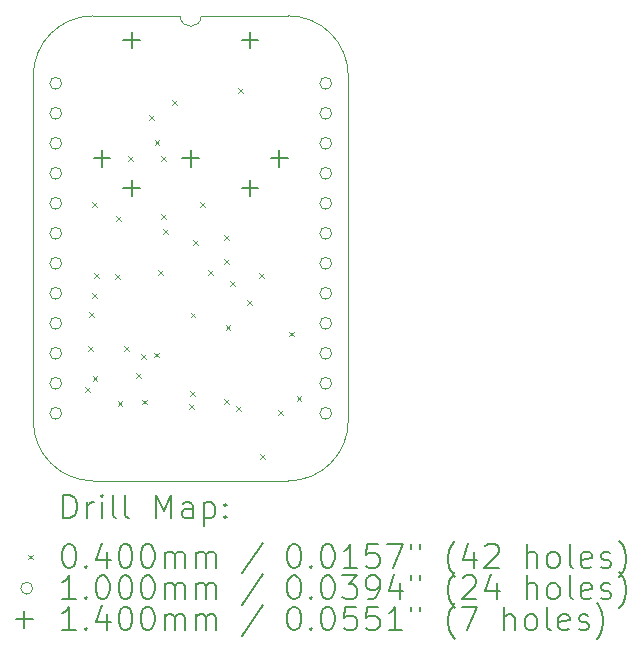
<source format=gbr>
%TF.GenerationSoftware,KiCad,Pcbnew,8.0.3*%
%TF.CreationDate,2024-06-19T14:20:34+02:00*%
%TF.ProjectId,SNES Controller Reader,534e4553-2043-46f6-9e74-726f6c6c6572,rev?*%
%TF.SameCoordinates,PX525bfc0PY43d3480*%
%TF.FileFunction,Drillmap*%
%TF.FilePolarity,Positive*%
%FSLAX45Y45*%
G04 Gerber Fmt 4.5, Leading zero omitted, Abs format (unit mm)*
G04 Created by KiCad (PCBNEW 8.0.3) date 2024-06-19 14:20:34*
%MOMM*%
%LPD*%
G01*
G04 APERTURE LIST*
%ADD10C,0.100000*%
%ADD11C,0.200000*%
%ADD12C,0.140000*%
G04 APERTURE END LIST*
D10*
X-190500Y63500D02*
X-190500Y-2857500D01*
X1054100Y571500D02*
X317500Y571500D01*
X1968500Y571500D02*
X1231900Y571500D01*
X1968500Y-3365500D02*
X317500Y-3365500D01*
X2476500Y-2857500D02*
X2476500Y63500D01*
X-190500Y63500D02*
G75*
G02*
X317500Y571500I508000J0D01*
G01*
X317500Y-3365500D02*
G75*
G02*
X-190500Y-2857500I0J508000D01*
G01*
X1231900Y571500D02*
G75*
G02*
X1054100Y571500I-88900J0D01*
G01*
X1968500Y571500D02*
G75*
G02*
X2476500Y63500I0J-508000D01*
G01*
X2476500Y-2857500D02*
G75*
G02*
X1968500Y-3365500I-508000J0D01*
G01*
D11*
D10*
X246698Y-2570800D02*
X286698Y-2610800D01*
X286698Y-2570800D02*
X246698Y-2610800D01*
X272100Y-2227900D02*
X312100Y-2267900D01*
X312100Y-2227900D02*
X272100Y-2267900D01*
X280635Y-1938135D02*
X320635Y-1978135D01*
X320635Y-1938135D02*
X280635Y-1978135D01*
X305357Y-1776713D02*
X345357Y-1816713D01*
X345357Y-1776713D02*
X305357Y-1816713D01*
X310200Y-1008700D02*
X350200Y-1048700D01*
X350200Y-1008700D02*
X310200Y-1048700D01*
X311319Y-2481982D02*
X351319Y-2521982D01*
X351319Y-2481982D02*
X311319Y-2521982D01*
X322900Y-1605600D02*
X362900Y-1645600D01*
X362900Y-1605600D02*
X322900Y-1645600D01*
X505000Y-1618300D02*
X545000Y-1658300D01*
X545000Y-1618300D02*
X505000Y-1658300D01*
X513400Y-1123000D02*
X553400Y-1163000D01*
X553400Y-1123000D02*
X513400Y-1163000D01*
X524479Y-2690820D02*
X564479Y-2730820D01*
X564479Y-2690820D02*
X524479Y-2730820D01*
X576900Y-2227900D02*
X616900Y-2267900D01*
X616900Y-2227900D02*
X576900Y-2267900D01*
X615000Y-615000D02*
X655000Y-655000D01*
X655000Y-615000D02*
X615000Y-655000D01*
X678500Y-2456500D02*
X718500Y-2496500D01*
X718500Y-2456500D02*
X678500Y-2496500D01*
X724025Y-2292425D02*
X764025Y-2332425D01*
X764025Y-2292425D02*
X724025Y-2332425D01*
X729300Y-2678090D02*
X769300Y-2718090D01*
X769300Y-2678090D02*
X729300Y-2718090D01*
X792800Y-272100D02*
X832800Y-312100D01*
X832800Y-272100D02*
X792800Y-312100D01*
X834572Y-2280900D02*
X874572Y-2320900D01*
X874572Y-2280900D02*
X834572Y-2320900D01*
X836737Y-481138D02*
X876737Y-521138D01*
X876737Y-481138D02*
X836737Y-521138D01*
X869000Y-1580201D02*
X909000Y-1620201D01*
X909000Y-1580201D02*
X869000Y-1620201D01*
X894400Y-615000D02*
X934400Y-655000D01*
X934400Y-615000D02*
X894400Y-655000D01*
X894400Y-1110300D02*
X934400Y-1150300D01*
X934400Y-1110300D02*
X894400Y-1150300D01*
X907100Y-1237301D02*
X947100Y-1277301D01*
X947100Y-1237301D02*
X907100Y-1277301D01*
X983300Y-145100D02*
X1023300Y-185100D01*
X1023300Y-145100D02*
X983300Y-185100D01*
X1127980Y-2718750D02*
X1167980Y-2758750D01*
X1167980Y-2718750D02*
X1127980Y-2758750D01*
X1135700Y-2608900D02*
X1175700Y-2648900D01*
X1175700Y-2608900D02*
X1135700Y-2648900D01*
X1142056Y-1942156D02*
X1182056Y-1982156D01*
X1182056Y-1942156D02*
X1142056Y-1982156D01*
X1161100Y-1326200D02*
X1201100Y-1366200D01*
X1201100Y-1326200D02*
X1161100Y-1366200D01*
X1224600Y-1008700D02*
X1264600Y-1048700D01*
X1264600Y-1008700D02*
X1224600Y-1048700D01*
X1288100Y-1580200D02*
X1328100Y-1620200D01*
X1328100Y-1580200D02*
X1288100Y-1620200D01*
X1427800Y-1288100D02*
X1467800Y-1328100D01*
X1467800Y-1288100D02*
X1427800Y-1328100D01*
X1427800Y-1491300D02*
X1467800Y-1531300D01*
X1467800Y-1491300D02*
X1427800Y-1531300D01*
X1427800Y-2672400D02*
X1467800Y-2712400D01*
X1467800Y-2672400D02*
X1427800Y-2712400D01*
X1437775Y-2050020D02*
X1477775Y-2090020D01*
X1477775Y-2050020D02*
X1437775Y-2090020D01*
X1478600Y-1673918D02*
X1518600Y-1713918D01*
X1518600Y-1673918D02*
X1478600Y-1713918D01*
X1529400Y-2735900D02*
X1569400Y-2775900D01*
X1569400Y-2735900D02*
X1529400Y-2775900D01*
X1542100Y-43500D02*
X1582100Y-83500D01*
X1582100Y-43500D02*
X1542100Y-83500D01*
X1618300Y-1834200D02*
X1658300Y-1874200D01*
X1658300Y-1834200D02*
X1618300Y-1874200D01*
X1720550Y-1605600D02*
X1760550Y-1645600D01*
X1760550Y-1605600D02*
X1720550Y-1645600D01*
X1732600Y-3142300D02*
X1772600Y-3182300D01*
X1772600Y-3142300D02*
X1732600Y-3182300D01*
X1885000Y-2764900D02*
X1925000Y-2804900D01*
X1925000Y-2764900D02*
X1885000Y-2804900D01*
X1974154Y-2101154D02*
X2014154Y-2141154D01*
X2014154Y-2101154D02*
X1974154Y-2141154D01*
X2039750Y-2649350D02*
X2079750Y-2689350D01*
X2079750Y-2649350D02*
X2039750Y-2689350D01*
X50000Y0D02*
G75*
G02*
X-50000Y0I-50000J0D01*
G01*
X-50000Y0D02*
G75*
G02*
X50000Y0I50000J0D01*
G01*
X50000Y-254000D02*
G75*
G02*
X-50000Y-254000I-50000J0D01*
G01*
X-50000Y-254000D02*
G75*
G02*
X50000Y-254000I50000J0D01*
G01*
X50000Y-508000D02*
G75*
G02*
X-50000Y-508000I-50000J0D01*
G01*
X-50000Y-508000D02*
G75*
G02*
X50000Y-508000I50000J0D01*
G01*
X50000Y-762000D02*
G75*
G02*
X-50000Y-762000I-50000J0D01*
G01*
X-50000Y-762000D02*
G75*
G02*
X50000Y-762000I50000J0D01*
G01*
X50000Y-1016000D02*
G75*
G02*
X-50000Y-1016000I-50000J0D01*
G01*
X-50000Y-1016000D02*
G75*
G02*
X50000Y-1016000I50000J0D01*
G01*
X50000Y-1270000D02*
G75*
G02*
X-50000Y-1270000I-50000J0D01*
G01*
X-50000Y-1270000D02*
G75*
G02*
X50000Y-1270000I50000J0D01*
G01*
X50000Y-1524000D02*
G75*
G02*
X-50000Y-1524000I-50000J0D01*
G01*
X-50000Y-1524000D02*
G75*
G02*
X50000Y-1524000I50000J0D01*
G01*
X50000Y-1778000D02*
G75*
G02*
X-50000Y-1778000I-50000J0D01*
G01*
X-50000Y-1778000D02*
G75*
G02*
X50000Y-1778000I50000J0D01*
G01*
X50000Y-2032000D02*
G75*
G02*
X-50000Y-2032000I-50000J0D01*
G01*
X-50000Y-2032000D02*
G75*
G02*
X50000Y-2032000I50000J0D01*
G01*
X50000Y-2286000D02*
G75*
G02*
X-50000Y-2286000I-50000J0D01*
G01*
X-50000Y-2286000D02*
G75*
G02*
X50000Y-2286000I50000J0D01*
G01*
X50000Y-2540000D02*
G75*
G02*
X-50000Y-2540000I-50000J0D01*
G01*
X-50000Y-2540000D02*
G75*
G02*
X50000Y-2540000I50000J0D01*
G01*
X50000Y-2794000D02*
G75*
G02*
X-50000Y-2794000I-50000J0D01*
G01*
X-50000Y-2794000D02*
G75*
G02*
X50000Y-2794000I50000J0D01*
G01*
X2336000Y0D02*
G75*
G02*
X2236000Y0I-50000J0D01*
G01*
X2236000Y0D02*
G75*
G02*
X2336000Y0I50000J0D01*
G01*
X2336000Y-254000D02*
G75*
G02*
X2236000Y-254000I-50000J0D01*
G01*
X2236000Y-254000D02*
G75*
G02*
X2336000Y-254000I50000J0D01*
G01*
X2336000Y-508000D02*
G75*
G02*
X2236000Y-508000I-50000J0D01*
G01*
X2236000Y-508000D02*
G75*
G02*
X2336000Y-508000I50000J0D01*
G01*
X2336000Y-762000D02*
G75*
G02*
X2236000Y-762000I-50000J0D01*
G01*
X2236000Y-762000D02*
G75*
G02*
X2336000Y-762000I50000J0D01*
G01*
X2336000Y-1016000D02*
G75*
G02*
X2236000Y-1016000I-50000J0D01*
G01*
X2236000Y-1016000D02*
G75*
G02*
X2336000Y-1016000I50000J0D01*
G01*
X2336000Y-1270000D02*
G75*
G02*
X2236000Y-1270000I-50000J0D01*
G01*
X2236000Y-1270000D02*
G75*
G02*
X2336000Y-1270000I50000J0D01*
G01*
X2336000Y-1524000D02*
G75*
G02*
X2236000Y-1524000I-50000J0D01*
G01*
X2236000Y-1524000D02*
G75*
G02*
X2336000Y-1524000I50000J0D01*
G01*
X2336000Y-1778000D02*
G75*
G02*
X2236000Y-1778000I-50000J0D01*
G01*
X2236000Y-1778000D02*
G75*
G02*
X2336000Y-1778000I50000J0D01*
G01*
X2336000Y-2032000D02*
G75*
G02*
X2236000Y-2032000I-50000J0D01*
G01*
X2236000Y-2032000D02*
G75*
G02*
X2336000Y-2032000I50000J0D01*
G01*
X2336000Y-2286000D02*
G75*
G02*
X2236000Y-2286000I-50000J0D01*
G01*
X2236000Y-2286000D02*
G75*
G02*
X2336000Y-2286000I50000J0D01*
G01*
X2336000Y-2540000D02*
G75*
G02*
X2236000Y-2540000I-50000J0D01*
G01*
X2236000Y-2540000D02*
G75*
G02*
X2336000Y-2540000I50000J0D01*
G01*
X2336000Y-2794000D02*
G75*
G02*
X2236000Y-2794000I-50000J0D01*
G01*
X2236000Y-2794000D02*
G75*
G02*
X2336000Y-2794000I50000J0D01*
G01*
D12*
X393000Y-565000D02*
X393000Y-705000D01*
X323000Y-635000D02*
X463000Y-635000D01*
X643000Y435000D02*
X643000Y295000D01*
X573000Y365000D02*
X713000Y365000D01*
X643000Y-815000D02*
X643000Y-955000D01*
X573000Y-885000D02*
X713000Y-885000D01*
X1143000Y-565000D02*
X1143000Y-705000D01*
X1073000Y-635000D02*
X1213000Y-635000D01*
X1643000Y435000D02*
X1643000Y295000D01*
X1573000Y365000D02*
X1713000Y365000D01*
X1643000Y-815000D02*
X1643000Y-955000D01*
X1573000Y-885000D02*
X1713000Y-885000D01*
X1893000Y-565000D02*
X1893000Y-705000D01*
X1823000Y-635000D02*
X1963000Y-635000D01*
D11*
X65277Y-3681984D02*
X65277Y-3481984D01*
X65277Y-3481984D02*
X112896Y-3481984D01*
X112896Y-3481984D02*
X141467Y-3491508D01*
X141467Y-3491508D02*
X160515Y-3510555D01*
X160515Y-3510555D02*
X170039Y-3529603D01*
X170039Y-3529603D02*
X179562Y-3567698D01*
X179562Y-3567698D02*
X179562Y-3596269D01*
X179562Y-3596269D02*
X170039Y-3634365D01*
X170039Y-3634365D02*
X160515Y-3653412D01*
X160515Y-3653412D02*
X141467Y-3672460D01*
X141467Y-3672460D02*
X112896Y-3681984D01*
X112896Y-3681984D02*
X65277Y-3681984D01*
X265277Y-3681984D02*
X265277Y-3548650D01*
X265277Y-3586746D02*
X274801Y-3567698D01*
X274801Y-3567698D02*
X284324Y-3558174D01*
X284324Y-3558174D02*
X303372Y-3548650D01*
X303372Y-3548650D02*
X322420Y-3548650D01*
X389086Y-3681984D02*
X389086Y-3548650D01*
X389086Y-3481984D02*
X379562Y-3491508D01*
X379562Y-3491508D02*
X389086Y-3501031D01*
X389086Y-3501031D02*
X398610Y-3491508D01*
X398610Y-3491508D02*
X389086Y-3481984D01*
X389086Y-3481984D02*
X389086Y-3501031D01*
X512896Y-3681984D02*
X493848Y-3672460D01*
X493848Y-3672460D02*
X484324Y-3653412D01*
X484324Y-3653412D02*
X484324Y-3481984D01*
X617658Y-3681984D02*
X598610Y-3672460D01*
X598610Y-3672460D02*
X589086Y-3653412D01*
X589086Y-3653412D02*
X589086Y-3481984D01*
X846229Y-3681984D02*
X846229Y-3481984D01*
X846229Y-3481984D02*
X912896Y-3624841D01*
X912896Y-3624841D02*
X979562Y-3481984D01*
X979562Y-3481984D02*
X979562Y-3681984D01*
X1160515Y-3681984D02*
X1160515Y-3577222D01*
X1160515Y-3577222D02*
X1150991Y-3558174D01*
X1150991Y-3558174D02*
X1131944Y-3548650D01*
X1131944Y-3548650D02*
X1093848Y-3548650D01*
X1093848Y-3548650D02*
X1074801Y-3558174D01*
X1160515Y-3672460D02*
X1141467Y-3681984D01*
X1141467Y-3681984D02*
X1093848Y-3681984D01*
X1093848Y-3681984D02*
X1074801Y-3672460D01*
X1074801Y-3672460D02*
X1065277Y-3653412D01*
X1065277Y-3653412D02*
X1065277Y-3634365D01*
X1065277Y-3634365D02*
X1074801Y-3615317D01*
X1074801Y-3615317D02*
X1093848Y-3605793D01*
X1093848Y-3605793D02*
X1141467Y-3605793D01*
X1141467Y-3605793D02*
X1160515Y-3596269D01*
X1255753Y-3548650D02*
X1255753Y-3748650D01*
X1255753Y-3558174D02*
X1274801Y-3548650D01*
X1274801Y-3548650D02*
X1312896Y-3548650D01*
X1312896Y-3548650D02*
X1331944Y-3558174D01*
X1331944Y-3558174D02*
X1341467Y-3567698D01*
X1341467Y-3567698D02*
X1350991Y-3586746D01*
X1350991Y-3586746D02*
X1350991Y-3643888D01*
X1350991Y-3643888D02*
X1341467Y-3662936D01*
X1341467Y-3662936D02*
X1331944Y-3672460D01*
X1331944Y-3672460D02*
X1312896Y-3681984D01*
X1312896Y-3681984D02*
X1274801Y-3681984D01*
X1274801Y-3681984D02*
X1255753Y-3672460D01*
X1436705Y-3662936D02*
X1446229Y-3672460D01*
X1446229Y-3672460D02*
X1436705Y-3681984D01*
X1436705Y-3681984D02*
X1427182Y-3672460D01*
X1427182Y-3672460D02*
X1436705Y-3662936D01*
X1436705Y-3662936D02*
X1436705Y-3681984D01*
X1436705Y-3558174D02*
X1446229Y-3567698D01*
X1446229Y-3567698D02*
X1436705Y-3577222D01*
X1436705Y-3577222D02*
X1427182Y-3567698D01*
X1427182Y-3567698D02*
X1436705Y-3558174D01*
X1436705Y-3558174D02*
X1436705Y-3577222D01*
D10*
X-235500Y-3990500D02*
X-195500Y-4030500D01*
X-195500Y-3990500D02*
X-235500Y-4030500D01*
D11*
X103372Y-3901984D02*
X122420Y-3901984D01*
X122420Y-3901984D02*
X141467Y-3911508D01*
X141467Y-3911508D02*
X150991Y-3921031D01*
X150991Y-3921031D02*
X160515Y-3940079D01*
X160515Y-3940079D02*
X170039Y-3978174D01*
X170039Y-3978174D02*
X170039Y-4025793D01*
X170039Y-4025793D02*
X160515Y-4063888D01*
X160515Y-4063888D02*
X150991Y-4082936D01*
X150991Y-4082936D02*
X141467Y-4092460D01*
X141467Y-4092460D02*
X122420Y-4101984D01*
X122420Y-4101984D02*
X103372Y-4101984D01*
X103372Y-4101984D02*
X84324Y-4092460D01*
X84324Y-4092460D02*
X74801Y-4082936D01*
X74801Y-4082936D02*
X65277Y-4063888D01*
X65277Y-4063888D02*
X55753Y-4025793D01*
X55753Y-4025793D02*
X55753Y-3978174D01*
X55753Y-3978174D02*
X65277Y-3940079D01*
X65277Y-3940079D02*
X74801Y-3921031D01*
X74801Y-3921031D02*
X84324Y-3911508D01*
X84324Y-3911508D02*
X103372Y-3901984D01*
X255753Y-4082936D02*
X265277Y-4092460D01*
X265277Y-4092460D02*
X255753Y-4101984D01*
X255753Y-4101984D02*
X246229Y-4092460D01*
X246229Y-4092460D02*
X255753Y-4082936D01*
X255753Y-4082936D02*
X255753Y-4101984D01*
X436705Y-3968650D02*
X436705Y-4101984D01*
X389086Y-3892460D02*
X341467Y-4035317D01*
X341467Y-4035317D02*
X465277Y-4035317D01*
X579563Y-3901984D02*
X598610Y-3901984D01*
X598610Y-3901984D02*
X617658Y-3911508D01*
X617658Y-3911508D02*
X627182Y-3921031D01*
X627182Y-3921031D02*
X636705Y-3940079D01*
X636705Y-3940079D02*
X646229Y-3978174D01*
X646229Y-3978174D02*
X646229Y-4025793D01*
X646229Y-4025793D02*
X636705Y-4063888D01*
X636705Y-4063888D02*
X627182Y-4082936D01*
X627182Y-4082936D02*
X617658Y-4092460D01*
X617658Y-4092460D02*
X598610Y-4101984D01*
X598610Y-4101984D02*
X579563Y-4101984D01*
X579563Y-4101984D02*
X560515Y-4092460D01*
X560515Y-4092460D02*
X550991Y-4082936D01*
X550991Y-4082936D02*
X541467Y-4063888D01*
X541467Y-4063888D02*
X531944Y-4025793D01*
X531944Y-4025793D02*
X531944Y-3978174D01*
X531944Y-3978174D02*
X541467Y-3940079D01*
X541467Y-3940079D02*
X550991Y-3921031D01*
X550991Y-3921031D02*
X560515Y-3911508D01*
X560515Y-3911508D02*
X579563Y-3901984D01*
X770039Y-3901984D02*
X789086Y-3901984D01*
X789086Y-3901984D02*
X808134Y-3911508D01*
X808134Y-3911508D02*
X817658Y-3921031D01*
X817658Y-3921031D02*
X827182Y-3940079D01*
X827182Y-3940079D02*
X836705Y-3978174D01*
X836705Y-3978174D02*
X836705Y-4025793D01*
X836705Y-4025793D02*
X827182Y-4063888D01*
X827182Y-4063888D02*
X817658Y-4082936D01*
X817658Y-4082936D02*
X808134Y-4092460D01*
X808134Y-4092460D02*
X789086Y-4101984D01*
X789086Y-4101984D02*
X770039Y-4101984D01*
X770039Y-4101984D02*
X750991Y-4092460D01*
X750991Y-4092460D02*
X741467Y-4082936D01*
X741467Y-4082936D02*
X731943Y-4063888D01*
X731943Y-4063888D02*
X722420Y-4025793D01*
X722420Y-4025793D02*
X722420Y-3978174D01*
X722420Y-3978174D02*
X731943Y-3940079D01*
X731943Y-3940079D02*
X741467Y-3921031D01*
X741467Y-3921031D02*
X750991Y-3911508D01*
X750991Y-3911508D02*
X770039Y-3901984D01*
X922420Y-4101984D02*
X922420Y-3968650D01*
X922420Y-3987698D02*
X931943Y-3978174D01*
X931943Y-3978174D02*
X950991Y-3968650D01*
X950991Y-3968650D02*
X979563Y-3968650D01*
X979563Y-3968650D02*
X998610Y-3978174D01*
X998610Y-3978174D02*
X1008134Y-3997222D01*
X1008134Y-3997222D02*
X1008134Y-4101984D01*
X1008134Y-3997222D02*
X1017658Y-3978174D01*
X1017658Y-3978174D02*
X1036705Y-3968650D01*
X1036705Y-3968650D02*
X1065277Y-3968650D01*
X1065277Y-3968650D02*
X1084325Y-3978174D01*
X1084325Y-3978174D02*
X1093848Y-3997222D01*
X1093848Y-3997222D02*
X1093848Y-4101984D01*
X1189086Y-4101984D02*
X1189086Y-3968650D01*
X1189086Y-3987698D02*
X1198610Y-3978174D01*
X1198610Y-3978174D02*
X1217658Y-3968650D01*
X1217658Y-3968650D02*
X1246229Y-3968650D01*
X1246229Y-3968650D02*
X1265277Y-3978174D01*
X1265277Y-3978174D02*
X1274801Y-3997222D01*
X1274801Y-3997222D02*
X1274801Y-4101984D01*
X1274801Y-3997222D02*
X1284325Y-3978174D01*
X1284325Y-3978174D02*
X1303372Y-3968650D01*
X1303372Y-3968650D02*
X1331944Y-3968650D01*
X1331944Y-3968650D02*
X1350991Y-3978174D01*
X1350991Y-3978174D02*
X1360515Y-3997222D01*
X1360515Y-3997222D02*
X1360515Y-4101984D01*
X1750991Y-3892460D02*
X1579563Y-4149603D01*
X2008134Y-3901984D02*
X2027182Y-3901984D01*
X2027182Y-3901984D02*
X2046229Y-3911508D01*
X2046229Y-3911508D02*
X2055753Y-3921031D01*
X2055753Y-3921031D02*
X2065277Y-3940079D01*
X2065277Y-3940079D02*
X2074801Y-3978174D01*
X2074801Y-3978174D02*
X2074801Y-4025793D01*
X2074801Y-4025793D02*
X2065277Y-4063888D01*
X2065277Y-4063888D02*
X2055753Y-4082936D01*
X2055753Y-4082936D02*
X2046229Y-4092460D01*
X2046229Y-4092460D02*
X2027182Y-4101984D01*
X2027182Y-4101984D02*
X2008134Y-4101984D01*
X2008134Y-4101984D02*
X1989086Y-4092460D01*
X1989086Y-4092460D02*
X1979563Y-4082936D01*
X1979563Y-4082936D02*
X1970039Y-4063888D01*
X1970039Y-4063888D02*
X1960515Y-4025793D01*
X1960515Y-4025793D02*
X1960515Y-3978174D01*
X1960515Y-3978174D02*
X1970039Y-3940079D01*
X1970039Y-3940079D02*
X1979563Y-3921031D01*
X1979563Y-3921031D02*
X1989086Y-3911508D01*
X1989086Y-3911508D02*
X2008134Y-3901984D01*
X2160515Y-4082936D02*
X2170039Y-4092460D01*
X2170039Y-4092460D02*
X2160515Y-4101984D01*
X2160515Y-4101984D02*
X2150991Y-4092460D01*
X2150991Y-4092460D02*
X2160515Y-4082936D01*
X2160515Y-4082936D02*
X2160515Y-4101984D01*
X2293848Y-3901984D02*
X2312896Y-3901984D01*
X2312896Y-3901984D02*
X2331944Y-3911508D01*
X2331944Y-3911508D02*
X2341468Y-3921031D01*
X2341468Y-3921031D02*
X2350991Y-3940079D01*
X2350991Y-3940079D02*
X2360515Y-3978174D01*
X2360515Y-3978174D02*
X2360515Y-4025793D01*
X2360515Y-4025793D02*
X2350991Y-4063888D01*
X2350991Y-4063888D02*
X2341468Y-4082936D01*
X2341468Y-4082936D02*
X2331944Y-4092460D01*
X2331944Y-4092460D02*
X2312896Y-4101984D01*
X2312896Y-4101984D02*
X2293848Y-4101984D01*
X2293848Y-4101984D02*
X2274801Y-4092460D01*
X2274801Y-4092460D02*
X2265277Y-4082936D01*
X2265277Y-4082936D02*
X2255753Y-4063888D01*
X2255753Y-4063888D02*
X2246229Y-4025793D01*
X2246229Y-4025793D02*
X2246229Y-3978174D01*
X2246229Y-3978174D02*
X2255753Y-3940079D01*
X2255753Y-3940079D02*
X2265277Y-3921031D01*
X2265277Y-3921031D02*
X2274801Y-3911508D01*
X2274801Y-3911508D02*
X2293848Y-3901984D01*
X2550991Y-4101984D02*
X2436706Y-4101984D01*
X2493848Y-4101984D02*
X2493848Y-3901984D01*
X2493848Y-3901984D02*
X2474801Y-3930555D01*
X2474801Y-3930555D02*
X2455753Y-3949603D01*
X2455753Y-3949603D02*
X2436706Y-3959127D01*
X2731944Y-3901984D02*
X2636706Y-3901984D01*
X2636706Y-3901984D02*
X2627182Y-3997222D01*
X2627182Y-3997222D02*
X2636706Y-3987698D01*
X2636706Y-3987698D02*
X2655753Y-3978174D01*
X2655753Y-3978174D02*
X2703372Y-3978174D01*
X2703372Y-3978174D02*
X2722420Y-3987698D01*
X2722420Y-3987698D02*
X2731944Y-3997222D01*
X2731944Y-3997222D02*
X2741468Y-4016269D01*
X2741468Y-4016269D02*
X2741468Y-4063888D01*
X2741468Y-4063888D02*
X2731944Y-4082936D01*
X2731944Y-4082936D02*
X2722420Y-4092460D01*
X2722420Y-4092460D02*
X2703372Y-4101984D01*
X2703372Y-4101984D02*
X2655753Y-4101984D01*
X2655753Y-4101984D02*
X2636706Y-4092460D01*
X2636706Y-4092460D02*
X2627182Y-4082936D01*
X2808134Y-3901984D02*
X2941467Y-3901984D01*
X2941467Y-3901984D02*
X2855753Y-4101984D01*
X3008134Y-3901984D02*
X3008134Y-3940079D01*
X3084325Y-3901984D02*
X3084325Y-3940079D01*
X3379563Y-4178174D02*
X3370039Y-4168650D01*
X3370039Y-4168650D02*
X3350991Y-4140079D01*
X3350991Y-4140079D02*
X3341468Y-4121031D01*
X3341468Y-4121031D02*
X3331944Y-4092460D01*
X3331944Y-4092460D02*
X3322420Y-4044841D01*
X3322420Y-4044841D02*
X3322420Y-4006746D01*
X3322420Y-4006746D02*
X3331944Y-3959127D01*
X3331944Y-3959127D02*
X3341468Y-3930555D01*
X3341468Y-3930555D02*
X3350991Y-3911508D01*
X3350991Y-3911508D02*
X3370039Y-3882936D01*
X3370039Y-3882936D02*
X3379563Y-3873412D01*
X3541468Y-3968650D02*
X3541468Y-4101984D01*
X3493848Y-3892460D02*
X3446229Y-4035317D01*
X3446229Y-4035317D02*
X3570039Y-4035317D01*
X3636706Y-3921031D02*
X3646229Y-3911508D01*
X3646229Y-3911508D02*
X3665277Y-3901984D01*
X3665277Y-3901984D02*
X3712896Y-3901984D01*
X3712896Y-3901984D02*
X3731944Y-3911508D01*
X3731944Y-3911508D02*
X3741468Y-3921031D01*
X3741468Y-3921031D02*
X3750991Y-3940079D01*
X3750991Y-3940079D02*
X3750991Y-3959127D01*
X3750991Y-3959127D02*
X3741468Y-3987698D01*
X3741468Y-3987698D02*
X3627182Y-4101984D01*
X3627182Y-4101984D02*
X3750991Y-4101984D01*
X3989087Y-4101984D02*
X3989087Y-3901984D01*
X4074801Y-4101984D02*
X4074801Y-3997222D01*
X4074801Y-3997222D02*
X4065277Y-3978174D01*
X4065277Y-3978174D02*
X4046230Y-3968650D01*
X4046230Y-3968650D02*
X4017658Y-3968650D01*
X4017658Y-3968650D02*
X3998610Y-3978174D01*
X3998610Y-3978174D02*
X3989087Y-3987698D01*
X4198611Y-4101984D02*
X4179563Y-4092460D01*
X4179563Y-4092460D02*
X4170039Y-4082936D01*
X4170039Y-4082936D02*
X4160515Y-4063888D01*
X4160515Y-4063888D02*
X4160515Y-4006746D01*
X4160515Y-4006746D02*
X4170039Y-3987698D01*
X4170039Y-3987698D02*
X4179563Y-3978174D01*
X4179563Y-3978174D02*
X4198611Y-3968650D01*
X4198611Y-3968650D02*
X4227182Y-3968650D01*
X4227182Y-3968650D02*
X4246230Y-3978174D01*
X4246230Y-3978174D02*
X4255753Y-3987698D01*
X4255753Y-3987698D02*
X4265277Y-4006746D01*
X4265277Y-4006746D02*
X4265277Y-4063888D01*
X4265277Y-4063888D02*
X4255753Y-4082936D01*
X4255753Y-4082936D02*
X4246230Y-4092460D01*
X4246230Y-4092460D02*
X4227182Y-4101984D01*
X4227182Y-4101984D02*
X4198611Y-4101984D01*
X4379563Y-4101984D02*
X4360515Y-4092460D01*
X4360515Y-4092460D02*
X4350992Y-4073412D01*
X4350992Y-4073412D02*
X4350992Y-3901984D01*
X4531944Y-4092460D02*
X4512896Y-4101984D01*
X4512896Y-4101984D02*
X4474801Y-4101984D01*
X4474801Y-4101984D02*
X4455753Y-4092460D01*
X4455753Y-4092460D02*
X4446230Y-4073412D01*
X4446230Y-4073412D02*
X4446230Y-3997222D01*
X4446230Y-3997222D02*
X4455753Y-3978174D01*
X4455753Y-3978174D02*
X4474801Y-3968650D01*
X4474801Y-3968650D02*
X4512896Y-3968650D01*
X4512896Y-3968650D02*
X4531944Y-3978174D01*
X4531944Y-3978174D02*
X4541468Y-3997222D01*
X4541468Y-3997222D02*
X4541468Y-4016269D01*
X4541468Y-4016269D02*
X4446230Y-4035317D01*
X4617658Y-4092460D02*
X4636706Y-4101984D01*
X4636706Y-4101984D02*
X4674801Y-4101984D01*
X4674801Y-4101984D02*
X4693849Y-4092460D01*
X4693849Y-4092460D02*
X4703373Y-4073412D01*
X4703373Y-4073412D02*
X4703373Y-4063888D01*
X4703373Y-4063888D02*
X4693849Y-4044841D01*
X4693849Y-4044841D02*
X4674801Y-4035317D01*
X4674801Y-4035317D02*
X4646230Y-4035317D01*
X4646230Y-4035317D02*
X4627182Y-4025793D01*
X4627182Y-4025793D02*
X4617658Y-4006746D01*
X4617658Y-4006746D02*
X4617658Y-3997222D01*
X4617658Y-3997222D02*
X4627182Y-3978174D01*
X4627182Y-3978174D02*
X4646230Y-3968650D01*
X4646230Y-3968650D02*
X4674801Y-3968650D01*
X4674801Y-3968650D02*
X4693849Y-3978174D01*
X4770039Y-4178174D02*
X4779563Y-4168650D01*
X4779563Y-4168650D02*
X4798611Y-4140079D01*
X4798611Y-4140079D02*
X4808134Y-4121031D01*
X4808134Y-4121031D02*
X4817658Y-4092460D01*
X4817658Y-4092460D02*
X4827182Y-4044841D01*
X4827182Y-4044841D02*
X4827182Y-4006746D01*
X4827182Y-4006746D02*
X4817658Y-3959127D01*
X4817658Y-3959127D02*
X4808134Y-3930555D01*
X4808134Y-3930555D02*
X4798611Y-3911508D01*
X4798611Y-3911508D02*
X4779563Y-3882936D01*
X4779563Y-3882936D02*
X4770039Y-3873412D01*
D10*
X-195500Y-4274500D02*
G75*
G02*
X-295500Y-4274500I-50000J0D01*
G01*
X-295500Y-4274500D02*
G75*
G02*
X-195500Y-4274500I50000J0D01*
G01*
D11*
X170039Y-4365984D02*
X55753Y-4365984D01*
X112896Y-4365984D02*
X112896Y-4165984D01*
X112896Y-4165984D02*
X93848Y-4194555D01*
X93848Y-4194555D02*
X74801Y-4213603D01*
X74801Y-4213603D02*
X55753Y-4223127D01*
X255753Y-4346936D02*
X265277Y-4356460D01*
X265277Y-4356460D02*
X255753Y-4365984D01*
X255753Y-4365984D02*
X246229Y-4356460D01*
X246229Y-4356460D02*
X255753Y-4346936D01*
X255753Y-4346936D02*
X255753Y-4365984D01*
X389086Y-4165984D02*
X408134Y-4165984D01*
X408134Y-4165984D02*
X427182Y-4175508D01*
X427182Y-4175508D02*
X436705Y-4185031D01*
X436705Y-4185031D02*
X446229Y-4204079D01*
X446229Y-4204079D02*
X455753Y-4242174D01*
X455753Y-4242174D02*
X455753Y-4289793D01*
X455753Y-4289793D02*
X446229Y-4327889D01*
X446229Y-4327889D02*
X436705Y-4346936D01*
X436705Y-4346936D02*
X427182Y-4356460D01*
X427182Y-4356460D02*
X408134Y-4365984D01*
X408134Y-4365984D02*
X389086Y-4365984D01*
X389086Y-4365984D02*
X370039Y-4356460D01*
X370039Y-4356460D02*
X360515Y-4346936D01*
X360515Y-4346936D02*
X350991Y-4327889D01*
X350991Y-4327889D02*
X341467Y-4289793D01*
X341467Y-4289793D02*
X341467Y-4242174D01*
X341467Y-4242174D02*
X350991Y-4204079D01*
X350991Y-4204079D02*
X360515Y-4185031D01*
X360515Y-4185031D02*
X370039Y-4175508D01*
X370039Y-4175508D02*
X389086Y-4165984D01*
X579563Y-4165984D02*
X598610Y-4165984D01*
X598610Y-4165984D02*
X617658Y-4175508D01*
X617658Y-4175508D02*
X627182Y-4185031D01*
X627182Y-4185031D02*
X636705Y-4204079D01*
X636705Y-4204079D02*
X646229Y-4242174D01*
X646229Y-4242174D02*
X646229Y-4289793D01*
X646229Y-4289793D02*
X636705Y-4327889D01*
X636705Y-4327889D02*
X627182Y-4346936D01*
X627182Y-4346936D02*
X617658Y-4356460D01*
X617658Y-4356460D02*
X598610Y-4365984D01*
X598610Y-4365984D02*
X579563Y-4365984D01*
X579563Y-4365984D02*
X560515Y-4356460D01*
X560515Y-4356460D02*
X550991Y-4346936D01*
X550991Y-4346936D02*
X541467Y-4327889D01*
X541467Y-4327889D02*
X531944Y-4289793D01*
X531944Y-4289793D02*
X531944Y-4242174D01*
X531944Y-4242174D02*
X541467Y-4204079D01*
X541467Y-4204079D02*
X550991Y-4185031D01*
X550991Y-4185031D02*
X560515Y-4175508D01*
X560515Y-4175508D02*
X579563Y-4165984D01*
X770039Y-4165984D02*
X789086Y-4165984D01*
X789086Y-4165984D02*
X808134Y-4175508D01*
X808134Y-4175508D02*
X817658Y-4185031D01*
X817658Y-4185031D02*
X827182Y-4204079D01*
X827182Y-4204079D02*
X836705Y-4242174D01*
X836705Y-4242174D02*
X836705Y-4289793D01*
X836705Y-4289793D02*
X827182Y-4327889D01*
X827182Y-4327889D02*
X817658Y-4346936D01*
X817658Y-4346936D02*
X808134Y-4356460D01*
X808134Y-4356460D02*
X789086Y-4365984D01*
X789086Y-4365984D02*
X770039Y-4365984D01*
X770039Y-4365984D02*
X750991Y-4356460D01*
X750991Y-4356460D02*
X741467Y-4346936D01*
X741467Y-4346936D02*
X731943Y-4327889D01*
X731943Y-4327889D02*
X722420Y-4289793D01*
X722420Y-4289793D02*
X722420Y-4242174D01*
X722420Y-4242174D02*
X731943Y-4204079D01*
X731943Y-4204079D02*
X741467Y-4185031D01*
X741467Y-4185031D02*
X750991Y-4175508D01*
X750991Y-4175508D02*
X770039Y-4165984D01*
X922420Y-4365984D02*
X922420Y-4232650D01*
X922420Y-4251698D02*
X931943Y-4242174D01*
X931943Y-4242174D02*
X950991Y-4232650D01*
X950991Y-4232650D02*
X979563Y-4232650D01*
X979563Y-4232650D02*
X998610Y-4242174D01*
X998610Y-4242174D02*
X1008134Y-4261222D01*
X1008134Y-4261222D02*
X1008134Y-4365984D01*
X1008134Y-4261222D02*
X1017658Y-4242174D01*
X1017658Y-4242174D02*
X1036705Y-4232650D01*
X1036705Y-4232650D02*
X1065277Y-4232650D01*
X1065277Y-4232650D02*
X1084325Y-4242174D01*
X1084325Y-4242174D02*
X1093848Y-4261222D01*
X1093848Y-4261222D02*
X1093848Y-4365984D01*
X1189086Y-4365984D02*
X1189086Y-4232650D01*
X1189086Y-4251698D02*
X1198610Y-4242174D01*
X1198610Y-4242174D02*
X1217658Y-4232650D01*
X1217658Y-4232650D02*
X1246229Y-4232650D01*
X1246229Y-4232650D02*
X1265277Y-4242174D01*
X1265277Y-4242174D02*
X1274801Y-4261222D01*
X1274801Y-4261222D02*
X1274801Y-4365984D01*
X1274801Y-4261222D02*
X1284325Y-4242174D01*
X1284325Y-4242174D02*
X1303372Y-4232650D01*
X1303372Y-4232650D02*
X1331944Y-4232650D01*
X1331944Y-4232650D02*
X1350991Y-4242174D01*
X1350991Y-4242174D02*
X1360515Y-4261222D01*
X1360515Y-4261222D02*
X1360515Y-4365984D01*
X1750991Y-4156460D02*
X1579563Y-4413603D01*
X2008134Y-4165984D02*
X2027182Y-4165984D01*
X2027182Y-4165984D02*
X2046229Y-4175508D01*
X2046229Y-4175508D02*
X2055753Y-4185031D01*
X2055753Y-4185031D02*
X2065277Y-4204079D01*
X2065277Y-4204079D02*
X2074801Y-4242174D01*
X2074801Y-4242174D02*
X2074801Y-4289793D01*
X2074801Y-4289793D02*
X2065277Y-4327889D01*
X2065277Y-4327889D02*
X2055753Y-4346936D01*
X2055753Y-4346936D02*
X2046229Y-4356460D01*
X2046229Y-4356460D02*
X2027182Y-4365984D01*
X2027182Y-4365984D02*
X2008134Y-4365984D01*
X2008134Y-4365984D02*
X1989086Y-4356460D01*
X1989086Y-4356460D02*
X1979563Y-4346936D01*
X1979563Y-4346936D02*
X1970039Y-4327889D01*
X1970039Y-4327889D02*
X1960515Y-4289793D01*
X1960515Y-4289793D02*
X1960515Y-4242174D01*
X1960515Y-4242174D02*
X1970039Y-4204079D01*
X1970039Y-4204079D02*
X1979563Y-4185031D01*
X1979563Y-4185031D02*
X1989086Y-4175508D01*
X1989086Y-4175508D02*
X2008134Y-4165984D01*
X2160515Y-4346936D02*
X2170039Y-4356460D01*
X2170039Y-4356460D02*
X2160515Y-4365984D01*
X2160515Y-4365984D02*
X2150991Y-4356460D01*
X2150991Y-4356460D02*
X2160515Y-4346936D01*
X2160515Y-4346936D02*
X2160515Y-4365984D01*
X2293848Y-4165984D02*
X2312896Y-4165984D01*
X2312896Y-4165984D02*
X2331944Y-4175508D01*
X2331944Y-4175508D02*
X2341468Y-4185031D01*
X2341468Y-4185031D02*
X2350991Y-4204079D01*
X2350991Y-4204079D02*
X2360515Y-4242174D01*
X2360515Y-4242174D02*
X2360515Y-4289793D01*
X2360515Y-4289793D02*
X2350991Y-4327889D01*
X2350991Y-4327889D02*
X2341468Y-4346936D01*
X2341468Y-4346936D02*
X2331944Y-4356460D01*
X2331944Y-4356460D02*
X2312896Y-4365984D01*
X2312896Y-4365984D02*
X2293848Y-4365984D01*
X2293848Y-4365984D02*
X2274801Y-4356460D01*
X2274801Y-4356460D02*
X2265277Y-4346936D01*
X2265277Y-4346936D02*
X2255753Y-4327889D01*
X2255753Y-4327889D02*
X2246229Y-4289793D01*
X2246229Y-4289793D02*
X2246229Y-4242174D01*
X2246229Y-4242174D02*
X2255753Y-4204079D01*
X2255753Y-4204079D02*
X2265277Y-4185031D01*
X2265277Y-4185031D02*
X2274801Y-4175508D01*
X2274801Y-4175508D02*
X2293848Y-4165984D01*
X2427182Y-4165984D02*
X2550991Y-4165984D01*
X2550991Y-4165984D02*
X2484325Y-4242174D01*
X2484325Y-4242174D02*
X2512896Y-4242174D01*
X2512896Y-4242174D02*
X2531944Y-4251698D01*
X2531944Y-4251698D02*
X2541468Y-4261222D01*
X2541468Y-4261222D02*
X2550991Y-4280270D01*
X2550991Y-4280270D02*
X2550991Y-4327889D01*
X2550991Y-4327889D02*
X2541468Y-4346936D01*
X2541468Y-4346936D02*
X2531944Y-4356460D01*
X2531944Y-4356460D02*
X2512896Y-4365984D01*
X2512896Y-4365984D02*
X2455753Y-4365984D01*
X2455753Y-4365984D02*
X2436706Y-4356460D01*
X2436706Y-4356460D02*
X2427182Y-4346936D01*
X2646229Y-4365984D02*
X2684325Y-4365984D01*
X2684325Y-4365984D02*
X2703372Y-4356460D01*
X2703372Y-4356460D02*
X2712896Y-4346936D01*
X2712896Y-4346936D02*
X2731944Y-4318365D01*
X2731944Y-4318365D02*
X2741468Y-4280270D01*
X2741468Y-4280270D02*
X2741468Y-4204079D01*
X2741468Y-4204079D02*
X2731944Y-4185031D01*
X2731944Y-4185031D02*
X2722420Y-4175508D01*
X2722420Y-4175508D02*
X2703372Y-4165984D01*
X2703372Y-4165984D02*
X2665277Y-4165984D01*
X2665277Y-4165984D02*
X2646229Y-4175508D01*
X2646229Y-4175508D02*
X2636706Y-4185031D01*
X2636706Y-4185031D02*
X2627182Y-4204079D01*
X2627182Y-4204079D02*
X2627182Y-4251698D01*
X2627182Y-4251698D02*
X2636706Y-4270746D01*
X2636706Y-4270746D02*
X2646229Y-4280270D01*
X2646229Y-4280270D02*
X2665277Y-4289793D01*
X2665277Y-4289793D02*
X2703372Y-4289793D01*
X2703372Y-4289793D02*
X2722420Y-4280270D01*
X2722420Y-4280270D02*
X2731944Y-4270746D01*
X2731944Y-4270746D02*
X2741468Y-4251698D01*
X2912896Y-4232650D02*
X2912896Y-4365984D01*
X2865277Y-4156460D02*
X2817658Y-4299317D01*
X2817658Y-4299317D02*
X2941467Y-4299317D01*
X3008134Y-4165984D02*
X3008134Y-4204079D01*
X3084325Y-4165984D02*
X3084325Y-4204079D01*
X3379563Y-4442174D02*
X3370039Y-4432650D01*
X3370039Y-4432650D02*
X3350991Y-4404079D01*
X3350991Y-4404079D02*
X3341468Y-4385031D01*
X3341468Y-4385031D02*
X3331944Y-4356460D01*
X3331944Y-4356460D02*
X3322420Y-4308841D01*
X3322420Y-4308841D02*
X3322420Y-4270746D01*
X3322420Y-4270746D02*
X3331944Y-4223127D01*
X3331944Y-4223127D02*
X3341468Y-4194555D01*
X3341468Y-4194555D02*
X3350991Y-4175508D01*
X3350991Y-4175508D02*
X3370039Y-4146936D01*
X3370039Y-4146936D02*
X3379563Y-4137412D01*
X3446229Y-4185031D02*
X3455753Y-4175508D01*
X3455753Y-4175508D02*
X3474801Y-4165984D01*
X3474801Y-4165984D02*
X3522420Y-4165984D01*
X3522420Y-4165984D02*
X3541468Y-4175508D01*
X3541468Y-4175508D02*
X3550991Y-4185031D01*
X3550991Y-4185031D02*
X3560515Y-4204079D01*
X3560515Y-4204079D02*
X3560515Y-4223127D01*
X3560515Y-4223127D02*
X3550991Y-4251698D01*
X3550991Y-4251698D02*
X3436706Y-4365984D01*
X3436706Y-4365984D02*
X3560515Y-4365984D01*
X3731944Y-4232650D02*
X3731944Y-4365984D01*
X3684325Y-4156460D02*
X3636706Y-4299317D01*
X3636706Y-4299317D02*
X3760515Y-4299317D01*
X3989087Y-4365984D02*
X3989087Y-4165984D01*
X4074801Y-4365984D02*
X4074801Y-4261222D01*
X4074801Y-4261222D02*
X4065277Y-4242174D01*
X4065277Y-4242174D02*
X4046230Y-4232650D01*
X4046230Y-4232650D02*
X4017658Y-4232650D01*
X4017658Y-4232650D02*
X3998610Y-4242174D01*
X3998610Y-4242174D02*
X3989087Y-4251698D01*
X4198611Y-4365984D02*
X4179563Y-4356460D01*
X4179563Y-4356460D02*
X4170039Y-4346936D01*
X4170039Y-4346936D02*
X4160515Y-4327889D01*
X4160515Y-4327889D02*
X4160515Y-4270746D01*
X4160515Y-4270746D02*
X4170039Y-4251698D01*
X4170039Y-4251698D02*
X4179563Y-4242174D01*
X4179563Y-4242174D02*
X4198611Y-4232650D01*
X4198611Y-4232650D02*
X4227182Y-4232650D01*
X4227182Y-4232650D02*
X4246230Y-4242174D01*
X4246230Y-4242174D02*
X4255753Y-4251698D01*
X4255753Y-4251698D02*
X4265277Y-4270746D01*
X4265277Y-4270746D02*
X4265277Y-4327889D01*
X4265277Y-4327889D02*
X4255753Y-4346936D01*
X4255753Y-4346936D02*
X4246230Y-4356460D01*
X4246230Y-4356460D02*
X4227182Y-4365984D01*
X4227182Y-4365984D02*
X4198611Y-4365984D01*
X4379563Y-4365984D02*
X4360515Y-4356460D01*
X4360515Y-4356460D02*
X4350992Y-4337412D01*
X4350992Y-4337412D02*
X4350992Y-4165984D01*
X4531944Y-4356460D02*
X4512896Y-4365984D01*
X4512896Y-4365984D02*
X4474801Y-4365984D01*
X4474801Y-4365984D02*
X4455753Y-4356460D01*
X4455753Y-4356460D02*
X4446230Y-4337412D01*
X4446230Y-4337412D02*
X4446230Y-4261222D01*
X4446230Y-4261222D02*
X4455753Y-4242174D01*
X4455753Y-4242174D02*
X4474801Y-4232650D01*
X4474801Y-4232650D02*
X4512896Y-4232650D01*
X4512896Y-4232650D02*
X4531944Y-4242174D01*
X4531944Y-4242174D02*
X4541468Y-4261222D01*
X4541468Y-4261222D02*
X4541468Y-4280270D01*
X4541468Y-4280270D02*
X4446230Y-4299317D01*
X4617658Y-4356460D02*
X4636706Y-4365984D01*
X4636706Y-4365984D02*
X4674801Y-4365984D01*
X4674801Y-4365984D02*
X4693849Y-4356460D01*
X4693849Y-4356460D02*
X4703373Y-4337412D01*
X4703373Y-4337412D02*
X4703373Y-4327889D01*
X4703373Y-4327889D02*
X4693849Y-4308841D01*
X4693849Y-4308841D02*
X4674801Y-4299317D01*
X4674801Y-4299317D02*
X4646230Y-4299317D01*
X4646230Y-4299317D02*
X4627182Y-4289793D01*
X4627182Y-4289793D02*
X4617658Y-4270746D01*
X4617658Y-4270746D02*
X4617658Y-4261222D01*
X4617658Y-4261222D02*
X4627182Y-4242174D01*
X4627182Y-4242174D02*
X4646230Y-4232650D01*
X4646230Y-4232650D02*
X4674801Y-4232650D01*
X4674801Y-4232650D02*
X4693849Y-4242174D01*
X4770039Y-4442174D02*
X4779563Y-4432650D01*
X4779563Y-4432650D02*
X4798611Y-4404079D01*
X4798611Y-4404079D02*
X4808134Y-4385031D01*
X4808134Y-4385031D02*
X4817658Y-4356460D01*
X4817658Y-4356460D02*
X4827182Y-4308841D01*
X4827182Y-4308841D02*
X4827182Y-4270746D01*
X4827182Y-4270746D02*
X4817658Y-4223127D01*
X4817658Y-4223127D02*
X4808134Y-4194555D01*
X4808134Y-4194555D02*
X4798611Y-4175508D01*
X4798611Y-4175508D02*
X4779563Y-4146936D01*
X4779563Y-4146936D02*
X4770039Y-4137412D01*
D12*
X-265500Y-4468500D02*
X-265500Y-4608500D01*
X-335500Y-4538500D02*
X-195500Y-4538500D01*
D11*
X170039Y-4629984D02*
X55753Y-4629984D01*
X112896Y-4629984D02*
X112896Y-4429984D01*
X112896Y-4429984D02*
X93848Y-4458555D01*
X93848Y-4458555D02*
X74801Y-4477603D01*
X74801Y-4477603D02*
X55753Y-4487127D01*
X255753Y-4610936D02*
X265277Y-4620460D01*
X265277Y-4620460D02*
X255753Y-4629984D01*
X255753Y-4629984D02*
X246229Y-4620460D01*
X246229Y-4620460D02*
X255753Y-4610936D01*
X255753Y-4610936D02*
X255753Y-4629984D01*
X436705Y-4496650D02*
X436705Y-4629984D01*
X389086Y-4420460D02*
X341467Y-4563317D01*
X341467Y-4563317D02*
X465277Y-4563317D01*
X579563Y-4429984D02*
X598610Y-4429984D01*
X598610Y-4429984D02*
X617658Y-4439508D01*
X617658Y-4439508D02*
X627182Y-4449031D01*
X627182Y-4449031D02*
X636705Y-4468079D01*
X636705Y-4468079D02*
X646229Y-4506174D01*
X646229Y-4506174D02*
X646229Y-4553793D01*
X646229Y-4553793D02*
X636705Y-4591889D01*
X636705Y-4591889D02*
X627182Y-4610936D01*
X627182Y-4610936D02*
X617658Y-4620460D01*
X617658Y-4620460D02*
X598610Y-4629984D01*
X598610Y-4629984D02*
X579563Y-4629984D01*
X579563Y-4629984D02*
X560515Y-4620460D01*
X560515Y-4620460D02*
X550991Y-4610936D01*
X550991Y-4610936D02*
X541467Y-4591889D01*
X541467Y-4591889D02*
X531944Y-4553793D01*
X531944Y-4553793D02*
X531944Y-4506174D01*
X531944Y-4506174D02*
X541467Y-4468079D01*
X541467Y-4468079D02*
X550991Y-4449031D01*
X550991Y-4449031D02*
X560515Y-4439508D01*
X560515Y-4439508D02*
X579563Y-4429984D01*
X770039Y-4429984D02*
X789086Y-4429984D01*
X789086Y-4429984D02*
X808134Y-4439508D01*
X808134Y-4439508D02*
X817658Y-4449031D01*
X817658Y-4449031D02*
X827182Y-4468079D01*
X827182Y-4468079D02*
X836705Y-4506174D01*
X836705Y-4506174D02*
X836705Y-4553793D01*
X836705Y-4553793D02*
X827182Y-4591889D01*
X827182Y-4591889D02*
X817658Y-4610936D01*
X817658Y-4610936D02*
X808134Y-4620460D01*
X808134Y-4620460D02*
X789086Y-4629984D01*
X789086Y-4629984D02*
X770039Y-4629984D01*
X770039Y-4629984D02*
X750991Y-4620460D01*
X750991Y-4620460D02*
X741467Y-4610936D01*
X741467Y-4610936D02*
X731943Y-4591889D01*
X731943Y-4591889D02*
X722420Y-4553793D01*
X722420Y-4553793D02*
X722420Y-4506174D01*
X722420Y-4506174D02*
X731943Y-4468079D01*
X731943Y-4468079D02*
X741467Y-4449031D01*
X741467Y-4449031D02*
X750991Y-4439508D01*
X750991Y-4439508D02*
X770039Y-4429984D01*
X922420Y-4629984D02*
X922420Y-4496650D01*
X922420Y-4515698D02*
X931943Y-4506174D01*
X931943Y-4506174D02*
X950991Y-4496650D01*
X950991Y-4496650D02*
X979563Y-4496650D01*
X979563Y-4496650D02*
X998610Y-4506174D01*
X998610Y-4506174D02*
X1008134Y-4525222D01*
X1008134Y-4525222D02*
X1008134Y-4629984D01*
X1008134Y-4525222D02*
X1017658Y-4506174D01*
X1017658Y-4506174D02*
X1036705Y-4496650D01*
X1036705Y-4496650D02*
X1065277Y-4496650D01*
X1065277Y-4496650D02*
X1084325Y-4506174D01*
X1084325Y-4506174D02*
X1093848Y-4525222D01*
X1093848Y-4525222D02*
X1093848Y-4629984D01*
X1189086Y-4629984D02*
X1189086Y-4496650D01*
X1189086Y-4515698D02*
X1198610Y-4506174D01*
X1198610Y-4506174D02*
X1217658Y-4496650D01*
X1217658Y-4496650D02*
X1246229Y-4496650D01*
X1246229Y-4496650D02*
X1265277Y-4506174D01*
X1265277Y-4506174D02*
X1274801Y-4525222D01*
X1274801Y-4525222D02*
X1274801Y-4629984D01*
X1274801Y-4525222D02*
X1284325Y-4506174D01*
X1284325Y-4506174D02*
X1303372Y-4496650D01*
X1303372Y-4496650D02*
X1331944Y-4496650D01*
X1331944Y-4496650D02*
X1350991Y-4506174D01*
X1350991Y-4506174D02*
X1360515Y-4525222D01*
X1360515Y-4525222D02*
X1360515Y-4629984D01*
X1750991Y-4420460D02*
X1579563Y-4677603D01*
X2008134Y-4429984D02*
X2027182Y-4429984D01*
X2027182Y-4429984D02*
X2046229Y-4439508D01*
X2046229Y-4439508D02*
X2055753Y-4449031D01*
X2055753Y-4449031D02*
X2065277Y-4468079D01*
X2065277Y-4468079D02*
X2074801Y-4506174D01*
X2074801Y-4506174D02*
X2074801Y-4553793D01*
X2074801Y-4553793D02*
X2065277Y-4591889D01*
X2065277Y-4591889D02*
X2055753Y-4610936D01*
X2055753Y-4610936D02*
X2046229Y-4620460D01*
X2046229Y-4620460D02*
X2027182Y-4629984D01*
X2027182Y-4629984D02*
X2008134Y-4629984D01*
X2008134Y-4629984D02*
X1989086Y-4620460D01*
X1989086Y-4620460D02*
X1979563Y-4610936D01*
X1979563Y-4610936D02*
X1970039Y-4591889D01*
X1970039Y-4591889D02*
X1960515Y-4553793D01*
X1960515Y-4553793D02*
X1960515Y-4506174D01*
X1960515Y-4506174D02*
X1970039Y-4468079D01*
X1970039Y-4468079D02*
X1979563Y-4449031D01*
X1979563Y-4449031D02*
X1989086Y-4439508D01*
X1989086Y-4439508D02*
X2008134Y-4429984D01*
X2160515Y-4610936D02*
X2170039Y-4620460D01*
X2170039Y-4620460D02*
X2160515Y-4629984D01*
X2160515Y-4629984D02*
X2150991Y-4620460D01*
X2150991Y-4620460D02*
X2160515Y-4610936D01*
X2160515Y-4610936D02*
X2160515Y-4629984D01*
X2293848Y-4429984D02*
X2312896Y-4429984D01*
X2312896Y-4429984D02*
X2331944Y-4439508D01*
X2331944Y-4439508D02*
X2341468Y-4449031D01*
X2341468Y-4449031D02*
X2350991Y-4468079D01*
X2350991Y-4468079D02*
X2360515Y-4506174D01*
X2360515Y-4506174D02*
X2360515Y-4553793D01*
X2360515Y-4553793D02*
X2350991Y-4591889D01*
X2350991Y-4591889D02*
X2341468Y-4610936D01*
X2341468Y-4610936D02*
X2331944Y-4620460D01*
X2331944Y-4620460D02*
X2312896Y-4629984D01*
X2312896Y-4629984D02*
X2293848Y-4629984D01*
X2293848Y-4629984D02*
X2274801Y-4620460D01*
X2274801Y-4620460D02*
X2265277Y-4610936D01*
X2265277Y-4610936D02*
X2255753Y-4591889D01*
X2255753Y-4591889D02*
X2246229Y-4553793D01*
X2246229Y-4553793D02*
X2246229Y-4506174D01*
X2246229Y-4506174D02*
X2255753Y-4468079D01*
X2255753Y-4468079D02*
X2265277Y-4449031D01*
X2265277Y-4449031D02*
X2274801Y-4439508D01*
X2274801Y-4439508D02*
X2293848Y-4429984D01*
X2541468Y-4429984D02*
X2446229Y-4429984D01*
X2446229Y-4429984D02*
X2436706Y-4525222D01*
X2436706Y-4525222D02*
X2446229Y-4515698D01*
X2446229Y-4515698D02*
X2465277Y-4506174D01*
X2465277Y-4506174D02*
X2512896Y-4506174D01*
X2512896Y-4506174D02*
X2531944Y-4515698D01*
X2531944Y-4515698D02*
X2541468Y-4525222D01*
X2541468Y-4525222D02*
X2550991Y-4544270D01*
X2550991Y-4544270D02*
X2550991Y-4591889D01*
X2550991Y-4591889D02*
X2541468Y-4610936D01*
X2541468Y-4610936D02*
X2531944Y-4620460D01*
X2531944Y-4620460D02*
X2512896Y-4629984D01*
X2512896Y-4629984D02*
X2465277Y-4629984D01*
X2465277Y-4629984D02*
X2446229Y-4620460D01*
X2446229Y-4620460D02*
X2436706Y-4610936D01*
X2731944Y-4429984D02*
X2636706Y-4429984D01*
X2636706Y-4429984D02*
X2627182Y-4525222D01*
X2627182Y-4525222D02*
X2636706Y-4515698D01*
X2636706Y-4515698D02*
X2655753Y-4506174D01*
X2655753Y-4506174D02*
X2703372Y-4506174D01*
X2703372Y-4506174D02*
X2722420Y-4515698D01*
X2722420Y-4515698D02*
X2731944Y-4525222D01*
X2731944Y-4525222D02*
X2741468Y-4544270D01*
X2741468Y-4544270D02*
X2741468Y-4591889D01*
X2741468Y-4591889D02*
X2731944Y-4610936D01*
X2731944Y-4610936D02*
X2722420Y-4620460D01*
X2722420Y-4620460D02*
X2703372Y-4629984D01*
X2703372Y-4629984D02*
X2655753Y-4629984D01*
X2655753Y-4629984D02*
X2636706Y-4620460D01*
X2636706Y-4620460D02*
X2627182Y-4610936D01*
X2931944Y-4629984D02*
X2817658Y-4629984D01*
X2874801Y-4629984D02*
X2874801Y-4429984D01*
X2874801Y-4429984D02*
X2855753Y-4458555D01*
X2855753Y-4458555D02*
X2836706Y-4477603D01*
X2836706Y-4477603D02*
X2817658Y-4487127D01*
X3008134Y-4429984D02*
X3008134Y-4468079D01*
X3084325Y-4429984D02*
X3084325Y-4468079D01*
X3379563Y-4706174D02*
X3370039Y-4696650D01*
X3370039Y-4696650D02*
X3350991Y-4668079D01*
X3350991Y-4668079D02*
X3341468Y-4649031D01*
X3341468Y-4649031D02*
X3331944Y-4620460D01*
X3331944Y-4620460D02*
X3322420Y-4572841D01*
X3322420Y-4572841D02*
X3322420Y-4534746D01*
X3322420Y-4534746D02*
X3331944Y-4487127D01*
X3331944Y-4487127D02*
X3341468Y-4458555D01*
X3341468Y-4458555D02*
X3350991Y-4439508D01*
X3350991Y-4439508D02*
X3370039Y-4410936D01*
X3370039Y-4410936D02*
X3379563Y-4401412D01*
X3436706Y-4429984D02*
X3570039Y-4429984D01*
X3570039Y-4429984D02*
X3484325Y-4629984D01*
X3798610Y-4629984D02*
X3798610Y-4429984D01*
X3884325Y-4629984D02*
X3884325Y-4525222D01*
X3884325Y-4525222D02*
X3874801Y-4506174D01*
X3874801Y-4506174D02*
X3855753Y-4496650D01*
X3855753Y-4496650D02*
X3827182Y-4496650D01*
X3827182Y-4496650D02*
X3808134Y-4506174D01*
X3808134Y-4506174D02*
X3798610Y-4515698D01*
X4008134Y-4629984D02*
X3989087Y-4620460D01*
X3989087Y-4620460D02*
X3979563Y-4610936D01*
X3979563Y-4610936D02*
X3970039Y-4591889D01*
X3970039Y-4591889D02*
X3970039Y-4534746D01*
X3970039Y-4534746D02*
X3979563Y-4515698D01*
X3979563Y-4515698D02*
X3989087Y-4506174D01*
X3989087Y-4506174D02*
X4008134Y-4496650D01*
X4008134Y-4496650D02*
X4036706Y-4496650D01*
X4036706Y-4496650D02*
X4055753Y-4506174D01*
X4055753Y-4506174D02*
X4065277Y-4515698D01*
X4065277Y-4515698D02*
X4074801Y-4534746D01*
X4074801Y-4534746D02*
X4074801Y-4591889D01*
X4074801Y-4591889D02*
X4065277Y-4610936D01*
X4065277Y-4610936D02*
X4055753Y-4620460D01*
X4055753Y-4620460D02*
X4036706Y-4629984D01*
X4036706Y-4629984D02*
X4008134Y-4629984D01*
X4189087Y-4629984D02*
X4170039Y-4620460D01*
X4170039Y-4620460D02*
X4160515Y-4601412D01*
X4160515Y-4601412D02*
X4160515Y-4429984D01*
X4341468Y-4620460D02*
X4322420Y-4629984D01*
X4322420Y-4629984D02*
X4284325Y-4629984D01*
X4284325Y-4629984D02*
X4265277Y-4620460D01*
X4265277Y-4620460D02*
X4255753Y-4601412D01*
X4255753Y-4601412D02*
X4255753Y-4525222D01*
X4255753Y-4525222D02*
X4265277Y-4506174D01*
X4265277Y-4506174D02*
X4284325Y-4496650D01*
X4284325Y-4496650D02*
X4322420Y-4496650D01*
X4322420Y-4496650D02*
X4341468Y-4506174D01*
X4341468Y-4506174D02*
X4350992Y-4525222D01*
X4350992Y-4525222D02*
X4350992Y-4544270D01*
X4350992Y-4544270D02*
X4255753Y-4563317D01*
X4427182Y-4620460D02*
X4446230Y-4629984D01*
X4446230Y-4629984D02*
X4484325Y-4629984D01*
X4484325Y-4629984D02*
X4503373Y-4620460D01*
X4503373Y-4620460D02*
X4512896Y-4601412D01*
X4512896Y-4601412D02*
X4512896Y-4591889D01*
X4512896Y-4591889D02*
X4503373Y-4572841D01*
X4503373Y-4572841D02*
X4484325Y-4563317D01*
X4484325Y-4563317D02*
X4455753Y-4563317D01*
X4455753Y-4563317D02*
X4436706Y-4553793D01*
X4436706Y-4553793D02*
X4427182Y-4534746D01*
X4427182Y-4534746D02*
X4427182Y-4525222D01*
X4427182Y-4525222D02*
X4436706Y-4506174D01*
X4436706Y-4506174D02*
X4455753Y-4496650D01*
X4455753Y-4496650D02*
X4484325Y-4496650D01*
X4484325Y-4496650D02*
X4503373Y-4506174D01*
X4579563Y-4706174D02*
X4589087Y-4696650D01*
X4589087Y-4696650D02*
X4608134Y-4668079D01*
X4608134Y-4668079D02*
X4617658Y-4649031D01*
X4617658Y-4649031D02*
X4627182Y-4620460D01*
X4627182Y-4620460D02*
X4636706Y-4572841D01*
X4636706Y-4572841D02*
X4636706Y-4534746D01*
X4636706Y-4534746D02*
X4627182Y-4487127D01*
X4627182Y-4487127D02*
X4617658Y-4458555D01*
X4617658Y-4458555D02*
X4608134Y-4439508D01*
X4608134Y-4439508D02*
X4589087Y-4410936D01*
X4589087Y-4410936D02*
X4579563Y-4401412D01*
M02*

</source>
